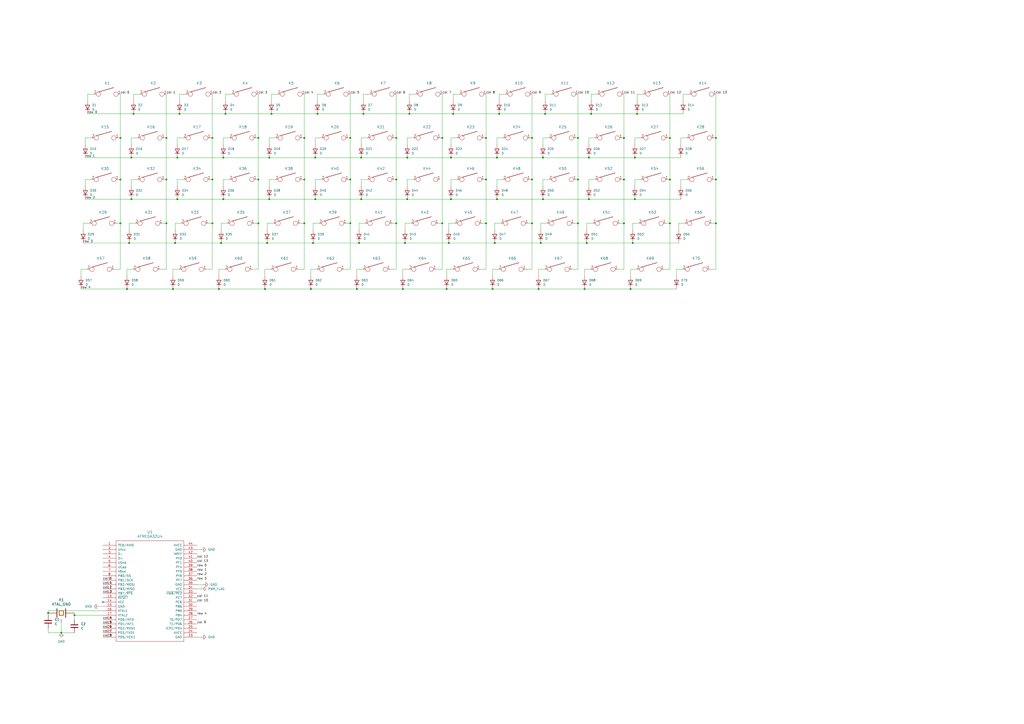
<source format=kicad_sch>
(kicad_sch (version 20231120) (generator "eeschema") (generator_version "8.0")
  (paper "A2")
  (junction (at 76.2 115.57))
  (junction (at 76.2 91.44))
  (junction (at 74.93 140.97))
  (junction (at 314.96 115.57))
  (junction (at 100.33 167.64))
  (junction (at 281.94 104.14))
  (junction (at 335.28 80.01))
  (junction (at 341.63 91.44))
  (junction (at 209.55 91.44))
  (junction (at 237.49 66.04))
  (junction (at 313.69 140.97))
  (junction (at 130.81 66.04))
  (junction (at 339.09 167.64))
  (junction (at 256.54 80.01))
  (junction (at 369.57 66.04))
  (junction (at 287.02 140.97))
  (junction (at 77.47 66.04))
  (junction (at 182.88 91.44))
  (junction (at 229.87 129.54))
  (junction (at 415.29 80.01))
  (junction (at 157.48 66.04))
  (junction (at 102.87 91.44))
  (junction (at 123.19 104.14))
  (junction (at 129.54 91.44))
  (junction (at 208.28 140.97))
  (junction (at 35.56 367.03))
  (junction (at 229.87 104.14))
  (junction (at 149.86 104.14))
  (junction (at 388.62 104.14))
  (junction (at 180.34 167.64))
  (junction (at 123.19 80.01))
  (junction (at 149.86 129.54))
  (junction (at 181.61 140.97))
  (junction (at 388.62 129.54))
  (junction (at 96.52 104.14))
  (junction (at 203.2 104.14))
  (junction (at 361.95 104.14))
  (junction (at 229.87 80.01))
  (junction (at 176.53 80.01))
  (junction (at 149.86 80.01))
  (junction (at 96.52 129.54))
  (junction (at 156.21 91.44))
  (junction (at 316.23 66.04))
  (junction (at 101.6 140.97))
  (junction (at 203.2 80.01))
  (junction (at 340.36 140.97))
  (junction (at 209.55 115.57))
  (junction (at 236.22 115.57))
  (junction (at 368.3 115.57))
  (junction (at 96.52 80.01))
  (junction (at 176.53 104.14))
  (junction (at 182.88 115.57))
  (junction (at 27.94 355.6))
  (junction (at 388.62 80.01))
  (junction (at 210.82 66.04))
  (junction (at 361.95 80.01))
  (junction (at 281.94 129.54))
  (junction (at 260.35 140.97))
  (junction (at 312.42 167.64))
  (junction (at 288.29 91.44))
  (junction (at 367.03 140.97))
  (junction (at 203.2 129.54))
  (junction (at 342.9 66.04))
  (junction (at 261.62 115.57))
  (junction (at 69.85 129.54))
  (junction (at 341.63 115.57))
  (junction (at 261.62 91.44))
  (junction (at 233.68 167.64))
  (junction (at 154.94 140.97))
  (junction (at 69.85 104.14))
  (junction (at 289.56 66.04))
  (junction (at 365.76 167.64))
  (junction (at 127 167.64))
  (junction (at 236.22 91.44))
  (junction (at 207.01 167.64))
  (junction (at 176.53 129.54))
  (junction (at 262.89 66.04))
  (junction (at 123.19 129.54))
  (junction (at 73.66 167.64))
  (junction (at 368.3 91.44))
  (junction (at 128.27 140.97))
  (junction (at 153.67 167.64))
  (junction (at 156.21 115.57))
  (junction (at 129.54 115.57))
  (junction (at 281.94 80.01))
  (junction (at 104.14 66.04))
  (junction (at 415.29 129.54))
  (junction (at 308.61 80.01))
  (junction (at 184.15 66.04))
  (junction (at 285.75 167.64))
  (junction (at 308.61 129.54))
  (junction (at 308.61 104.14))
  (junction (at 234.95 140.97))
  (junction (at 102.87 115.57))
  (junction (at 43.18 356.87))
  (junction (at 361.95 129.54))
  (junction (at 335.28 129.54))
  (junction (at 314.96 91.44))
  (junction (at 335.28 104.14))
  (junction (at 69.85 80.01))
  (junction (at 256.54 129.54))
  (junction (at 288.29 115.57))
  (junction (at 415.29 104.14))
  (junction (at 259.08 167.64))
  (no_connect (at 59.69 349.25))
  (wire (pts (xy 265.43 80.01) (xy 261.62 80.01)))
  (wire (pts (xy 149.86 104.14) (xy 149.86 129.54)))
  (wire (pts (xy 236.22 115.57) (xy 261.62 115.57)))
  (wire (pts (xy 43.18 356.87) (xy 43.18 355.6)))
  (wire (pts (xy 123.19 156.21) (xy 119.38 156.21)))
  (wire (pts (xy 176.53 54.61) (xy 176.53 80.01)))
  (wire (pts (xy 130.81 156.21) (xy 127 156.21)))
  (wire (pts (xy 345.44 104.14) (xy 341.63 104.14)))
  (wire (pts (xy 76.2 91.44) (xy 102.87 91.44)))
  (wire (pts (xy 49.53 91.44) (xy 76.2 91.44)))
  (wire (pts (xy 368.3 91.44) (xy 394.97 91.44)))
  (wire (pts (xy 233.68 167.64) (xy 259.08 167.64)))
  (wire (pts (xy 335.28 156.21) (xy 331.47 156.21)))
  (wire (pts (xy 361.95 156.21) (xy 358.14 156.21)))
  (wire (pts (xy 123.19 129.54) (xy 123.19 156.21)))
  (wire (pts (xy 396.24 54.61) (xy 396.24 58.42)))
  (wire (pts (xy 127 167.64) (xy 153.67 167.64)))
  (wire (pts (xy 67.31 129.54) (xy 69.85 129.54)))
  (wire (pts (xy 154.94 140.97) (xy 181.61 140.97)))
  (wire (pts (xy 255.27 80.01) (xy 256.54 80.01)))
  (wire (pts (xy 415.29 104.14) (xy 415.29 129.54)))
  (wire (pts (xy 316.23 156.21) (xy 312.42 156.21)))
  (wire (pts (xy 288.29 80.01) (xy 288.29 83.82)))
  (wire (pts (xy 53.34 80.01) (xy 49.53 80.01)))
  (wire (pts (xy 35.56 367.03) (xy 27.94 367.03)))
  (wire (pts (xy 154.94 129.54) (xy 154.94 133.35)))
  (wire (pts (xy 367.03 129.54) (xy 367.03 133.35)))
  (wire (pts (xy 261.62 80.01) (xy 261.62 83.82)))
  (wire (pts (xy 132.08 129.54) (xy 128.27 129.54)))
  (wire (pts (xy 69.85 156.21) (xy 66.04 156.21)))
  (wire (pts (xy 233.68 156.21) (xy 233.68 160.02)))
  (wire (pts (xy 133.35 104.14) (xy 129.54 104.14)))
  (wire (pts (xy 69.85 129.54) (xy 69.85 156.21)))
  (wire (pts (xy 314.96 104.14) (xy 314.96 107.95)))
  (wire (pts (xy 160.02 80.01) (xy 156.21 80.01)))
  (wire (pts (xy 130.81 54.61) (xy 130.81 58.42)))
  (wire (pts (xy 69.85 104.14) (xy 69.85 129.54)))
  (wire (pts (xy 46.99 167.64) (xy 73.66 167.64)))
  (wire (pts (xy 153.67 167.64) (xy 180.34 167.64)))
  (wire (pts (xy 185.42 129.54) (xy 181.61 129.54)))
  (wire (pts (xy 340.36 129.54) (xy 340.36 133.35)))
  (wire (pts (xy 229.87 129.54) (xy 229.87 156.21)))
  (wire (pts (xy 78.74 129.54) (xy 74.93 129.54)))
  (wire (pts (xy 182.88 104.14) (xy 182.88 107.95)))
  (wire (pts (xy 184.15 156.21) (xy 180.34 156.21)))
  (wire (pts (xy 397.51 129.54) (xy 393.7 129.54)))
  (wire (pts (xy 335.28 129.54) (xy 335.28 156.21)))
  (wire (pts (xy 332.74 129.54) (xy 335.28 129.54)))
  (wire (pts (xy 281.94 104.14) (xy 281.94 129.54)))
  (wire (pts (xy 69.85 80.01) (xy 69.85 104.14)))
  (wire (pts (xy 102.87 115.57) (xy 129.54 115.57)))
  (wire (pts (xy 344.17 129.54) (xy 340.36 129.54)))
  (wire (pts (xy 280.67 104.14) (xy 281.94 104.14)))
  (wire (pts (xy 59.69 356.87) (xy 43.18 356.87)))
  (wire (pts (xy 73.66 156.21) (xy 73.66 160.02)))
  (wire (pts (xy 27.94 356.87) (xy 27.94 355.6)))
  (wire (pts (xy 207.01 167.64) (xy 233.68 167.64)))
  (wire (pts (xy 182.88 115.57) (xy 209.55 115.57)))
  (wire (pts (xy 181.61 129.54) (xy 181.61 133.35)))
  (wire (pts (xy 237.49 54.61) (xy 237.49 58.42)))
  (wire (pts (xy 335.28 54.61) (xy 335.28 80.01)))
  (wire (pts (xy 342.9 156.21) (xy 339.09 156.21)))
  (wire (pts (xy 210.82 54.61) (xy 210.82 58.42)))
  (wire (pts (xy 256.54 80.01) (xy 256.54 129.54)))
  (wire (pts (xy 266.7 54.61) (xy 262.89 54.61)))
  (wire (pts (xy 360.68 80.01) (xy 361.95 80.01)))
  (wire (pts (xy 288.29 91.44) (xy 314.96 91.44)))
  (wire (pts (xy 161.29 54.61) (xy 157.48 54.61)))
  (wire (pts (xy 208.28 129.54) (xy 208.28 133.35)))
  (wire (pts (xy 156.21 104.14) (xy 156.21 107.95)))
  (wire (pts (xy 308.61 156.21) (xy 304.8 156.21)))
  (wire (pts (xy 290.83 129.54) (xy 287.02 129.54)))
  (wire (pts (xy 149.86 54.61) (xy 149.86 80.01)))
  (wire (pts (xy 259.08 156.21) (xy 259.08 160.02)))
  (wire (pts (xy 120.65 129.54) (xy 123.19 129.54)))
  (wire (pts (xy 43.18 356.87) (xy 43.18 359.41)))
  (wire (pts (xy 237.49 66.04) (xy 262.89 66.04)))
  (wire (pts (xy 96.52 54.61) (xy 96.52 80.01)))
  (wire (pts (xy 104.14 54.61) (xy 104.14 58.42)))
  (wire (pts (xy 256.54 54.61) (xy 256.54 80.01)))
  (wire (pts (xy 203.2 156.21) (xy 199.39 156.21)))
  (wire (pts (xy 256.54 129.54) (xy 256.54 156.21)))
  (wire (pts (xy 74.93 129.54) (xy 74.93 133.35)))
  (wire (pts (xy 335.28 104.14) (xy 335.28 129.54)))
  (wire (pts (xy 49.53 104.14) (xy 49.53 107.95)))
  (wire (pts (xy 128.27 129.54) (xy 128.27 133.35)))
  (wire (pts (xy 346.71 54.61) (xy 342.9 54.61)))
  (wire (pts (xy 372.11 80.01) (xy 368.3 80.01)))
  (wire (pts (xy 280.67 80.01) (xy 281.94 80.01)))
  (wire (pts (xy 123.19 80.01) (xy 123.19 104.14)))
  (wire (pts (xy 182.88 80.01) (xy 182.88 83.82)))
  (wire (pts (xy 214.63 54.61) (xy 210.82 54.61)))
  (wire (pts (xy 76.2 104.14) (xy 76.2 107.95)))
  (wire (pts (xy 180.34 156.21) (xy 180.34 160.02)))
  (wire (pts (xy 368.3 115.57) (xy 394.97 115.57)))
  (wire (pts (xy 77.47 156.21) (xy 73.66 156.21)))
  (wire (pts (xy 127 156.21) (xy 127 160.02)))
  (wire (pts (xy 314.96 115.57) (xy 341.63 115.57)))
  (wire (pts (xy 213.36 104.14) (xy 209.55 104.14)))
  (wire (pts (xy 369.57 54.61) (xy 369.57 58.42)))
  (wire (pts (xy 340.36 140.97) (xy 367.03 140.97)))
  (wire (pts (xy 228.6 80.01) (xy 229.87 80.01)))
  (wire (pts (xy 289.56 156.21) (xy 285.75 156.21)))
  (wire (pts (xy 285.75 167.64) (xy 312.42 167.64)))
  (wire (pts (xy 279.4 129.54) (xy 281.94 129.54)))
  (wire (pts (xy 236.22 80.01) (xy 236.22 83.82)))
  (wire (pts (xy 210.82 66.04) (xy 237.49 66.04)))
  (wire (pts (xy 265.43 104.14) (xy 261.62 104.14)))
  (wire (pts (xy 292.1 80.01) (xy 288.29 80.01)))
  (wire (pts (xy 53.34 104.14) (xy 49.53 104.14)))
  (wire (pts (xy 388.62 80.01) (xy 388.62 104.14)))
  (wire (pts (xy 261.62 91.44) (xy 288.29 91.44)))
  (wire (pts (xy 114.3 369.57) (xy 116.84 369.57)))
  (wire (pts (xy 149.86 129.54) (xy 149.86 156.21)))
  (wire (pts (xy 129.54 91.44) (xy 156.21 91.44)))
  (wire (pts (xy 318.77 80.01) (xy 314.96 80.01)))
  (wire (pts (xy 176.53 104.14) (xy 176.53 129.54)))
  (wire (pts (xy 173.99 129.54) (xy 176.53 129.54)))
  (wire (pts (xy 387.35 104.14) (xy 388.62 104.14)))
  (wire (pts (xy 133.35 80.01) (xy 129.54 80.01)))
  (wire (pts (xy 49.53 115.57) (xy 76.2 115.57)))
  (wire (pts (xy 368.3 80.01) (xy 368.3 83.82)))
  (wire (pts (xy 227.33 129.54) (xy 229.87 129.54)))
  (wire (pts (xy 281.94 80.01) (xy 281.94 104.14)))
  (wire (pts (xy 313.69 129.54) (xy 313.69 133.35)))
  (wire (pts (xy 153.67 156.21) (xy 153.67 160.02)))
  (wire (pts (xy 80.01 104.14) (xy 76.2 104.14)))
  (wire (pts (xy 288.29 104.14) (xy 288.29 107.95)))
  (wire (pts (xy 387.35 80.01) (xy 388.62 80.01)))
  (wire (pts (xy 316.23 66.04) (xy 342.9 66.04)))
  (wire (pts (xy 149.86 80.01) (xy 149.86 104.14)))
  (wire (pts (xy 96.52 80.01) (xy 96.52 104.14)))
  (wire (pts (xy 256.54 156.21) (xy 252.73 156.21)))
  (wire (pts (xy 398.78 80.01) (xy 394.97 80.01)))
  (wire (pts (xy 77.47 66.04) (xy 104.14 66.04)))
  (wire (pts (xy 148.59 104.14) (xy 149.86 104.14)))
  (wire (pts (xy 365.76 156.21) (xy 365.76 160.02)))
  (wire (pts (xy 228.6 104.14) (xy 229.87 104.14)))
  (wire (pts (xy 156.21 91.44) (xy 182.88 91.44)))
  (wire (pts (xy 81.28 54.61) (xy 77.47 54.61)))
  (wire (pts (xy 101.6 129.54) (xy 101.6 133.35)))
  (wire (pts (xy 107.95 54.61) (xy 104.14 54.61)))
  (wire (pts (xy 102.87 104.14) (xy 102.87 107.95)))
  (wire (pts (xy 208.28 140.97) (xy 234.95 140.97)))
  (wire (pts (xy 209.55 115.57) (xy 236.22 115.57)))
  (wire (pts (xy 320.04 54.61) (xy 316.23 54.61)))
  (wire (pts (xy 388.62 54.61) (xy 388.62 80.01)))
  (wire (pts (xy 361.95 129.54) (xy 361.95 156.21)))
  (wire (pts (xy 367.03 140.97) (xy 393.7 140.97)))
  (wire (pts (xy 287.02 140.97) (xy 313.69 140.97)))
  (wire (pts (xy 114.3 339.09) (xy 118.11 339.09)))
  (wire (pts (xy 35.56 367.03) (xy 43.18 367.03)))
  (wire (pts (xy 308.61 54.61) (xy 308.61 80.01)))
  (wire (pts (xy 186.69 80.01) (xy 182.88 80.01)))
  (wire (pts (xy 73.66 167.64) (xy 100.33 167.64)))
  (wire (pts (xy 312.42 167.64) (xy 339.09 167.64)))
  (wire (pts (xy 48.26 140.97) (xy 74.93 140.97)))
  (wire (pts (xy 365.76 167.64) (xy 392.43 167.64)))
  (wire (pts (xy 175.26 104.14) (xy 176.53 104.14)))
  (wire (pts (xy 289.56 66.04) (xy 316.23 66.04)))
  (wire (pts (xy 156.21 115.57) (xy 182.88 115.57)))
  (wire (pts (xy 102.87 80.01) (xy 102.87 83.82)))
  (wire (pts (xy 261.62 115.57) (xy 288.29 115.57)))
  (wire (pts (xy 104.14 156.21) (xy 100.33 156.21)))
  (wire (pts (xy 50.8 54.61) (xy 50.8 58.42)))
  (wire (pts (xy 262.89 54.61) (xy 262.89 58.42)))
  (wire (pts (xy 237.49 156.21) (xy 233.68 156.21)))
  (wire (pts (xy 334.01 80.01) (xy 335.28 80.01)))
  (wire (pts (xy 106.68 104.14) (xy 102.87 104.14)))
  (wire (pts (xy 415.29 156.21) (xy 411.48 156.21)))
  (wire (pts (xy 334.01 104.14) (xy 335.28 104.14)))
  (wire (pts (xy 74.93 140.97) (xy 101.6 140.97)))
  (wire (pts (xy 293.37 54.61) (xy 289.56 54.61)))
  (wire (pts (xy 201.93 104.14) (xy 203.2 104.14)))
  (wire (pts (xy 50.8 66.04) (xy 77.47 66.04)))
  (wire (pts (xy 414.02 104.14) (xy 415.29 104.14)))
  (wire (pts (xy 180.34 167.64) (xy 207.01 167.64)))
  (wire (pts (xy 149.86 156.21) (xy 146.05 156.21)))
  (wire (pts (xy 203.2 54.61) (xy 203.2 80.01)))
  (wire (pts (xy 396.24 156.21) (xy 392.43 156.21)))
  (wire (pts (xy 307.34 80.01) (xy 308.61 80.01)))
  (wire (pts (xy 388.62 156.21) (xy 384.81 156.21)))
  (wire (pts (xy 203.2 129.54) (xy 203.2 156.21)))
  (wire (pts (xy 96.52 156.21) (xy 92.71 156.21)))
  (wire (pts (xy 345.44 80.01) (xy 341.63 80.01)))
  (wire (pts (xy 341.63 104.14) (xy 341.63 107.95)))
  (wire (pts (xy 105.41 129.54) (xy 101.6 129.54)))
  (wire (pts (xy 236.22 104.14) (xy 236.22 107.95)))
  (wire (pts (xy 147.32 129.54) (xy 149.86 129.54)))
  (wire (pts (xy 306.07 129.54) (xy 308.61 129.54)))
  (wire (pts (xy 175.26 80.01) (xy 176.53 80.01)))
  (wire (pts (xy 415.29 80.01) (xy 415.29 104.14)))
  (wire (pts (xy 312.42 156.21) (xy 312.42 160.02)))
  (wire (pts (xy 369.57 156.21) (xy 365.76 156.21)))
  (wire (pts (xy 260.35 140.97) (xy 287.02 140.97)))
  (wire (pts (xy 314.96 91.44) (xy 341.63 91.44)))
  (wire (pts (xy 285.75 156.21) (xy 285.75 160.02)))
  (wire (pts (xy 261.62 104.14) (xy 261.62 107.95)))
  (wire (pts (xy 229.87 104.14) (xy 229.87 129.54)))
  (wire (pts (xy 106.68 80.01) (xy 102.87 80.01)))
  (wire (pts (xy 236.22 91.44) (xy 261.62 91.44)))
  (wire (pts (xy 414.02 80.01) (xy 415.29 80.01)))
  (wire (pts (xy 210.82 156.21) (xy 207.01 156.21)))
  (wire (pts (xy 184.15 66.04) (xy 210.82 66.04)))
  (wire (pts (xy 209.55 104.14) (xy 209.55 107.95)))
  (wire (pts (xy 288.29 115.57) (xy 314.96 115.57)))
  (wire (pts (xy 240.03 80.01) (xy 236.22 80.01)))
  (wire (pts (xy 317.5 129.54) (xy 313.69 129.54)))
  (wire (pts (xy 212.09 129.54) (xy 208.28 129.54)))
  (wire (pts (xy 49.53 80.01) (xy 49.53 83.82)))
  (wire (pts (xy 27.94 354.33) (xy 27.94 355.6)))
  (wire (pts (xy 415.29 54.61) (xy 415.29 80.01)))
  (wire (pts (xy 48.26 129.54) (xy 48.26 133.35)))
  (wire (pts (xy 234.95 140.97) (xy 260.35 140.97)))
  (wire (pts (xy 158.75 129.54) (xy 154.94 129.54)))
  (wire (pts (xy 46.99 156.21) (xy 46.99 160.02)))
  (wire (pts (xy 314.96 80.01) (xy 314.96 83.82)))
  (wire (pts (xy 400.05 54.61) (xy 396.24 54.61)))
  (wire (pts (xy 393.7 129.54) (xy 393.7 133.35)))
  (wire (pts (xy 287.02 129.54) (xy 287.02 133.35)))
  (wire (pts (xy 96.52 104.14) (xy 96.52 129.54)))
  (wire (pts (xy 398.78 104.14) (xy 394.97 104.14)))
  (wire (pts (xy 101.6 140.97) (xy 128.27 140.97)))
  (wire (pts (xy 241.3 54.61) (xy 237.49 54.61)))
  (wire (pts (xy 100.33 167.64) (xy 127 167.64)))
  (wire (pts (xy 52.07 129.54) (xy 48.26 129.54)))
  (wire (pts (xy 209.55 91.44) (xy 236.22 91.44)))
  (wire (pts (xy 281.94 54.61) (xy 281.94 80.01)))
  (wire (pts (xy 54.61 54.61) (xy 50.8 54.61)))
  (wire (pts (xy 307.34 104.14) (xy 308.61 104.14)))
  (wire (pts (xy 259.08 167.64) (xy 285.75 167.64)))
  (wire (pts (xy 95.25 104.14) (xy 96.52 104.14)))
  (wire (pts (xy 318.77 104.14) (xy 314.96 104.14)))
  (wire (pts (xy 76.2 80.01) (xy 76.2 83.82)))
  (wire (pts (xy 187.96 54.61) (xy 184.15 54.61)))
  (wire (pts (xy 361.95 54.61) (xy 361.95 80.01)))
  (wire (pts (xy 201.93 80.01) (xy 203.2 80.01)))
  (wire (pts (xy 388.62 104.14) (xy 388.62 129.54)))
  (wire (pts (xy 370.84 129.54) (xy 367.03 129.54)))
  (wire (pts (xy 102.87 91.44) (xy 129.54 91.44)))
  (wire (pts (xy 182.88 91.44) (xy 209.55 91.44)))
  (wire (pts (xy 129.54 104.14) (xy 129.54 107.95)))
  (wire (pts (xy 412.75 129.54) (xy 415.29 129.54)))
  (wire (pts (xy 229.87 80.01) (xy 229.87 104.14)))
  (wire (pts (xy 134.62 54.61) (xy 130.81 54.61)))
  (wire (pts (xy 181.61 140.97) (xy 208.28 140.97)))
  (wire (pts (xy 281.94 156.21) (xy 278.13 156.21)))
  (wire (pts (xy 186.69 104.14) (xy 182.88 104.14)))
  (wire (pts (xy 35.56 367.03) (xy 35.56 360.68)))
  (wire (pts (xy 121.92 80.01) (xy 123.19 80.01)))
  (wire (pts (xy 68.58 104.14) (xy 69.85 104.14)))
  (wire (pts (xy 368.3 104.14) (xy 368.3 107.95)))
  (wire (pts (xy 57.15 351.79) (xy 59.69 351.79)))
  (wire (pts (xy 93.98 129.54) (xy 96.52 129.54)))
  (wire (pts (xy 361.95 80.01) (xy 361.95 104.14)))
  (wire (pts (xy 339.09 156.21) (xy 339.09 160.02)))
  (wire (pts (xy 292.1 104.14) (xy 288.29 104.14)))
  (wire (pts (xy 148.59 80.01) (xy 149.86 80.01)))
  (wire (pts (xy 341.63 115.57) (xy 368.3 115.57)))
  (wire (pts (xy 157.48 66.04) (xy 184.15 66.04)))
  (wire (pts (xy 207.01 156.21) (xy 207.01 160.02)))
  (wire (pts (xy 341.63 80.01) (xy 341.63 83.82)))
  (wire (pts (xy 313.69 140.97) (xy 340.36 140.97)))
  (wire (pts (xy 262.89 156.21) (xy 259.08 156.21)))
  (wire (pts (xy 203.2 80.01) (xy 203.2 104.14)))
  (wire (pts (xy 95.25 80.01) (xy 96.52 80.01)))
  (wire (pts (xy 339.09 167.64) (xy 365.76 167.64)))
  (wire (pts (xy 361.95 104.14) (xy 361.95 129.54)))
  (wire (pts (xy 176.53 80.01) (xy 176.53 104.14)))
  (wire (pts (xy 114.3 318.77) (xy 116.84 318.77)))
  (wire (pts (xy 176.53 156.21) (xy 172.72 156.21)))
  (wire (pts (xy 50.8 156.21) (xy 46.99 156.21)))
  (wire (pts (xy 160.02 104.14) (xy 156.21 104.14)))
  (wire (pts (xy 123.19 104.14) (xy 123.19 129.54)))
  (wire (pts (xy 129.54 115.57) (xy 156.21 115.57)))
  (wire (pts (xy 415.29 129.54) (xy 415.29 156.21)))
  (wire (pts (xy 360.68 104.14) (xy 361.95 104.14)))
  (wire (pts (xy 388.62 129.54) (xy 388.62 156.21)))
  (wire (pts (xy 372.11 104.14) (xy 368.3 104.14)))
  (wire (pts (xy 369.57 66.04) (xy 396.24 66.04)))
  (wire (pts (xy 114.3 341.63) (xy 116.84 341.63)))
  (wire (pts (xy 308.61 104.14) (xy 308.61 129.54)))
  (wire (pts (xy 184.15 54.61) (xy 184.15 58.42)))
  (wire (pts (xy 341.63 91.44) (xy 368.3 91.44)))
  (wire (pts (xy 373.38 54.61) (xy 369.57 54.61)))
  (wire (pts (xy 229.87 156.21) (xy 226.06 156.21)))
  (wire (pts (xy 200.66 129.54) (xy 203.2 129.54)))
  (wire (pts (xy 100.33 156.21) (xy 100.33 160.02)))
  (wire (pts (xy 27.94 354.33) (xy 59.69 354.33)))
  (wire (pts (xy 308.61 80.01) (xy 308.61 104.14)))
  (wire (pts (xy 264.16 129.54) (xy 260.35 129.54)))
  (wire (pts (xy 176.53 129.54) (xy 176.53 156.21)))
  (wire (pts (xy 80.01 80.01) (xy 76.2 80.01)))
  (wire (pts (xy 128.27 140.97) (xy 154.94 140.97)))
  (wire (pts (xy 335.28 80.01) (xy 335.28 104.14)))
  (wire (pts (xy 394.97 104.14) (xy 394.97 107.95)))
  (wire (pts (xy 359.41 129.54) (xy 361.95 129.54)))
  (wire (pts (xy 123.19 54.61) (xy 123.19 80.01)))
  (wire (pts (xy 254 129.54) (xy 256.54 129.54)))
  (wire (pts (xy 308.61 129.54) (xy 308.61 156.21)))
  (wire (pts (xy 76.2 115.57) (xy 102.87 115.57)))
  (wire (pts (xy 156.21 80.01) (xy 156.21 83.82)))
  (wire (pts (xy 386.08 129.54) (xy 388.62 129.54)))
  (wire (pts (xy 203.2 104.14) (xy 203.2 129.54)))
  (wire (pts (xy 129.54 80.01) (xy 129.54 83.82)))
  (wire (pts (xy 68.58 80.01) (xy 69.85 80.01)))
  (wire (pts (xy 229.87 54.61) (xy 229.87 80.01)))
  (wire (pts (xy 316.23 54.61) (xy 316.23 58.42)))
  (wire (pts (xy 104.14 66.04) (xy 130.81 66.04)))
  (wire (pts (xy 234.95 129.54) (xy 234.95 133.35)))
  (wire (pts (xy 262.89 66.04) (xy 289.56 66.04)))
  (wire (pts (xy 238.76 129.54) (xy 234.95 129.54)))
  (wire (pts (xy 342.9 66.04) (xy 369.57 66.04)))
  (wire (pts (xy 213.36 80.01) (xy 209.55 80.01)))
  (wire (pts (xy 394.97 80.01) (xy 394.97 83.82)))
  (wire (pts (xy 392.43 156.21) (xy 392.43 160.02)))
  (wire (pts (xy 281.94 129.54) (xy 281.94 156.21)))
  (wire (pts (xy 289.56 54.61) (xy 289.56 58.42)))
  (wire (pts (xy 342.9 54.61) (xy 342.9 58.42)))
  (wire (pts (xy 157.48 54.61) (xy 157.48 58.42)))
  (wire (pts (xy 77.47 54.61) (xy 77.47 58.42)))
  (wire (pts (xy 121.92 104.14) (xy 123.19 104.14)))
  (wire (pts (xy 27.94 367.03) (xy 27.94 364.49)))
  (wire (pts (xy 209.55 80.01) (xy 209.55 83.82)))
  (wire (pts (xy 130.81 66.04) (xy 157.48 66.04)))
  (wire (pts (xy 240.03 104.14) (xy 236.22 104.14)))
  (wire (pts (xy 69.85 54.61) (xy 69.85 80.01)))
  (wire (pts (xy 96.52 129.54) (xy 96.52 156.21)))
  (wire (pts (xy 260.35 129.54) (xy 260.35 133.35)))
  (wire (pts (xy 157.48 156.21) (xy 153.67 156.21)))
  (label "col 2" (at 123.19 54.61 0))
  (label "col 7" (at 256.54 54.61 0))
  (label "row 2" (at 114.3 334.01 0))
  (label "col 0" (at 59.69 336.55 0))
  (label "col 13" (at 415.29 54.61 0))
  (label "col 8" (at 281.94 54.61 0))
  (label "col 2" (at 59.69 341.63 0))
  (label "col 9" (at 308.61 54.61 0))
  (label "col 3" (at 149.86 54.61 0))
  (label "row 3" (at 48.26 140.97 0))
  (label "col 0" (at 69.85 54.61 0))
  (label "col 7" (at 59.69 367.03 0))
  (label "col 12" (at 388.62 54.61 0))
  (label "col 1" (at 96.52 54.61 0))
  (label "row 0" (at 114.3 328.93 0))
  (label "col 5" (at 59.69 361.95 0))
  (label "col 12" (at 114.3 323.85 0))
  (label "col 4" (at 59.69 359.41 0))
  (label "col 9" (at 114.3 361.95 0))
  (label "row 1" (at 49.53 91.44 0))
  (label "col 4" (at 176.53 54.61 0))
  (label "col 13" (at 114.3 326.39 0))
  (label "col 3" (at 59.69 344.17 0))
  (label "col 1" (at 59.69 339.09 0))
  (label "col 11" (at 361.95 54.61 0))
  (label "row 3" (at 114.3 336.55 0))
  (label "row 2" (at 49.53 115.57 0))
  (label "row 0" (at 50.8 66.04 0))
  (label "col 6" (at 59.69 364.49 0))
  (label "row 1" (at 114.3 331.47 0))
  (label "col 6" (at 229.87 54.61 0))
  (label "col 5" (at 203.2 54.61 0))
  (label "col 8" (at 59.69 369.57 0))
  (label "col 11" (at 114.3 346.71 0))
  (label "row 4" (at 114.3 356.87 0))
  (label "col 10" (at 335.28 54.61 0))
  (label "row 4" (at 46.99 167.64 0))
  (label "col 10" (at 114.3 349.25 0))
  (symbol (lib_id "keyboard_parts:KEYSW") (at 167.64 80.01 0) (unit 1)
    (property "Reference" "K19" (at 167.64 73.66 0) (effects (font (size 1.524 1.524))))
    (property "Value" "KEYSW" (effects (hide yes)))
  )
  (symbol (lib_id "Device:D") (at 101.6 137.16 90) (unit 1)
    (property "Reference" "D33" (at 104.14 135.8899 90) (effects (justify right)))
    (property "Value" "D" (at 104.14 138.4299 90) (effects (justify right)))
    (property "Description" "Diode" (effects (hide yes)))
    (property "Sim.Device" "D" (effects (hide yes)))
    (property "Sim.Pins" "1=K 2=A" (effects (hide yes)))
  )
  (symbol (lib_id "Device:D") (at 153.67 163.83 90) (unit 1)
    (property "Reference" "D61" (at 156.21 162.5599 90) (effects (justify right)))
    (property "Value" "D" (at 156.21 165.0999 90) (effects (justify right)))
    (property "Description" "Diode" (effects (hide yes)))
    (property "Sim.Device" "D" (effects (hide yes)))
    (property "Sim.Pins" "1=K 2=A" (effects (hide yes)))
  )
  (symbol (lib_id "Device:D") (at 236.22 111.76 90) (unit 1)
    (property "Reference" "D44" (at 238.76 110.4899 90) (effects (justify right)))
    (property "Value" "D" (at 238.76 113.0299 90) (effects (justify right)))
    (property "Description" "Diode" (effects (hide yes)))
    (property "Sim.Device" "D" (effects (hide yes)))
    (property "Sim.Pins" "1=K 2=A" (effects (hide yes)))
  )
  (symbol (lib_id "keyboard_parts:KEYSW") (at 248.92 54.61 0) (unit 1)
    (property "Reference" "K8" (at 248.92 48.26 0) (effects (font (size 1.524 1.524))))
    (property "Value" "KEYSW" (effects (hide yes)))
  )
  (symbol (lib_id "Device:D") (at 365.76 163.83 90) (unit 1)
    (property "Reference" "D69" (at 368.3 162.5599 90) (effects (justify right)))
    (property "Value" "D" (at 368.3 165.0999 90) (effects (justify right)))
    (property "Description" "Diode" (effects (hide yes)))
    (property "Sim.Device" "D" (effects (hide yes)))
    (property "Sim.Pins" "1=K 2=A" (effects (hide yes)))
  )
  (symbol (lib_id "keyboard_parts:KEYSW") (at 111.76 156.21 0) (unit 1)
    (property "Reference" "K59" (at 111.76 149.86 0) (effects (font (size 1.524 1.524))))
    (property "Value" "KEYSW" (effects (hide yes)))
  )
  (symbol (lib_id "Device:D") (at 76.2 87.63 90) (unit 1)
    (property "Reference" "D16" (at 78.74 86.3599 90) (effects (justify right)))
    (property "Value" "D" (at 78.74 88.8999 90) (effects (justify right)))
    (property "Description" "Diode" (effects (hide yes)))
    (property "Sim.Device" "D" (effects (hide yes)))
    (property "Sim.Pins" "1=K 2=A" (effects (hide yes)))
  )
  (symbol (lib_id "keyboard_parts:KEYSW") (at 195.58 54.61 0) (unit 1)
    (property "Reference" "K6" (at 195.58 48.26 0) (effects (font (size 1.524 1.524))))
    (property "Value" "KEYSW" (effects (hide yes)))
  )
  (symbol (lib_id "keyboard_parts:KEYSW") (at 191.77 156.21 0) (unit 1)
    (property "Reference" "K62" (at 191.77 149.86 0) (effects (font (size 1.524 1.524))))
    (property "Value" "KEYSW" (effects (hide yes)))
  )
  (symbol (lib_id "Device:D") (at 157.48 62.23 90) (unit 1)
    (property "Reference" "D5" (at 160.02 60.9599 90) (effects (justify right)))
    (property "Value" "D" (at 160.02 63.4999 90) (effects (justify right)))
    (property "Description" "Diode" (effects (hide yes)))
    (property "Sim.Device" "D" (effects (hide yes)))
    (property "Sim.Pins" "1=K 2=A" (effects (hide yes)))
  )
  (symbol (lib_id "Device:D") (at 46.99 163.83 90) (unit 1)
    (property "Reference" "D57" (at 49.53 162.5599 90) (effects (justify right)))
    (property "Value" "D" (at 49.53 165.0999 90) (effects (justify right)))
    (property "Description" "Diode" (effects (hide yes)))
    (property "Sim.Device" "D" (effects (hide yes)))
    (property "Sim.Pins" "1=K 2=A" (effects (hide yes)))
  )
  (symbol (lib_id "power:GND") (at 35.56 367.03 0) (unit 1)
    (property "Reference" "#PWR05" (effects (hide yes)))
    (property "Value" "GND" (at 35.56 372.11 0))
    (property "Description" "Power symbol creates a global label with name \"GND\" , ground" (effects (hide yes)))
  )
  (symbol (lib_id "Device:C") (at 27.94 360.68 0) (unit 1)
    (property "Reference" "C1" (at 31.75 359.4099 0) (effects (justify left)))
    (property "Value" "C" (at 31.75 361.9499 0) (effects (justify left)))
    (property "Description" "Unpolarized capacitor" (effects (hide yes)))
  )
  (symbol (lib_id "keyboard_parts:ATMEGA32U4") (at 86.36 342.9 0) (unit 1)
    (property "Reference" "U1" (at 86.995 308.61 0) (effects (font (size 1.524 1.524))))
    (property "Value" "ATMEGA32U4" (at 86.995 311.15 0) (effects (font (size 1.524 1.524))))
  )
  (symbol (lib_id "Device:D") (at 288.29 111.76 90) (unit 1)
    (property "Reference" "D48" (at 290.83 110.4899 90) (effects (justify right)))
    (property "Value" "D" (at 290.83 113.0299 90) (effects (justify right)))
    (property "Description" "Diode" (effects (hide yes)))
    (property "Sim.Device" "D" (effects (hide yes)))
    (property "Sim.Pins" "1=K 2=A" (effects (hide yes)))
  )
  (symbol (lib_id "power:PWR_FLAG") (at 116.84 341.63 270) (unit 1)
    (property "Reference" "#FLG01" (effects (hide yes)))
    (property "Value" "PWR_FLAG" (at 120.65 341.6299 90) (effects (justify left)))
    (property "Description" "Special symbol for telling ERC where power comes from" (effects (hide yes)))
  )
  (symbol (lib_id "keyboard_parts:KEYSW") (at 273.05 104.14 0) (unit 1)
    (property "Reference" "K46" (at 273.05 97.79 0) (effects (font (size 1.524 1.524))))
    (property "Value" "KEYSW" (effects (hide yes)))
  )
  (symbol (lib_id "keyboard_parts:KEYSW") (at 194.31 80.01 0) (unit 1)
    (property "Reference" "K20" (at 194.31 73.66 0) (effects (font (size 1.524 1.524))))
    (property "Value" "KEYSW" (effects (hide yes)))
  )
  (symbol (lib_id "Device:D") (at 313.69 137.16 90) (unit 1)
    (property "Reference" "D49" (at 316.23 135.8899 90) (effects (justify right)))
    (property "Value" "D" (at 316.23 138.4299 90) (effects (justify right)))
    (property "Description" "Diode" (effects (hide yes)))
    (property "Sim.Device" "D" (effects (hide yes)))
    (property "Sim.Pins" "1=K 2=A" (effects (hide yes)))
  )
  (symbol (lib_id "Device:D") (at 394.97 111.76 90) (unit 1)
    (property "Reference" "D56" (at 397.51 110.4899 90) (effects (justify right)))
    (property "Value" "D" (at 397.51 113.0299 90) (effects (justify right)))
    (property "Description" "Diode" (effects (hide yes)))
    (property "Sim.Device" "D" (effects (hide yes)))
    (property "Sim.Pins" "1=K 2=A" (effects (hide yes)))
  )
  (symbol (lib_id "keyboard_parts:KEYSW") (at 323.85 156.21 0) (unit 1)
    (property "Reference" "K67" (at 323.85 149.86 0) (effects (font (size 1.524 1.524))))
    (property "Value" "KEYSW" (effects (hide yes)))
  )
  (symbol (lib_id "keyboard_parts:KEYSW") (at 60.96 104.14 0) (unit 1)
    (property "Reference" "K30" (at 60.96 97.79 0) (effects (font (size 1.524 1.524))))
    (property "Value" "KEYSW" (effects (hide yes)))
  )
  (symbol (lib_id "keyboard_parts:KEYSW") (at 113.03 129.54 0) (unit 1)
    (property "Reference" "K33" (at 113.03 123.19 0) (effects (font (size 1.524 1.524))))
    (property "Value" "KEYSW" (effects (hide yes)))
  )
  (symbol (lib_id "keyboard_parts:KEYSW") (at 85.09 156.21 0) (unit 1)
    (property "Reference" "K58" (at 85.09 149.86 0) (effects (font (size 1.524 1.524))))
    (property "Value" "KEYSW" (effects (hide yes)))
  )
  (symbol (lib_id "Device:D") (at 184.15 62.23 90) (unit 1)
    (property "Reference" "D6" (at 186.69 60.9599 90) (effects (justify right)))
    (property "Value" "D" (at 186.69 63.4999 90) (effects (justify right)))
    (property "Description" "Diode" (effects (hide yes)))
    (property "Sim.Device" "D" (effects (hide yes)))
    (property "Sim.Pins" "1=K 2=A" (effects (hide yes)))
  )
  (symbol (lib_id "Device:D") (at 368.3 87.63 90) (unit 1)
    (property "Reference" "D27" (at 370.84 86.3599 90) (effects (justify right)))
    (property "Value" "D" (at 370.84 88.8999 90) (effects (justify right)))
    (property "Description" "Diode" (effects (hide yes)))
    (property "Sim.Device" "D" (effects (hide yes)))
    (property "Sim.Pins" "1=K 2=A" (effects (hide yes)))
  )
  (symbol (lib_id "Device:D") (at 73.66 163.83 90) (unit 1)
    (property "Reference" "D58" (at 76.2 162.5599 90) (effects (justify right)))
    (property "Value" "D" (at 76.2 165.0999 90) (effects (justify right)))
    (property "Description" "Diode" (effects (hide yes)))
    (property "Sim.Device" "D" (effects (hide yes)))
    (property "Sim.Pins" "1=K 2=A" (effects (hide yes)))
  )
  (symbol (lib_id "Device:D") (at 312.42 163.83 90) (unit 1)
    (property "Reference" "D67" (at 314.96 162.5599 90) (effects (justify right)))
    (property "Value" "D" (at 314.96 165.0999 90) (effects (justify right)))
    (property "Description" "Diode" (effects (hide yes)))
    (property "Sim.Device" "D" (effects (hide yes)))
    (property "Sim.Pins" "1=K 2=A" (effects (hide yes)))
  )
  (symbol (lib_id "keyboard_parts:KEYSW") (at 139.7 129.54 0) (unit 1)
    (property "Reference" "K35" (at 139.7 123.19 0) (effects (font (size 1.524 1.524))))
    (property "Value" "KEYSW" (effects (hide yes)))
  )
  (symbol (lib_id "keyboard_parts:KEYSW") (at 58.42 156.21 0) (unit 1)
    (property "Reference" "K57" (at 58.42 149.86 0) (effects (font (size 1.524 1.524))))
    (property "Value" "KEYSW" (effects (hide yes)))
  )
  (symbol (lib_id "keyboard_parts:KEYSW") (at 377.19 156.21 0) (unit 1)
    (property "Reference" "K69" (at 377.19 149.86 0) (effects (font (size 1.524 1.524))))
    (property "Value" "KEYSW" (effects (hide yes)))
  )
  (symbol (lib_id "Device:D") (at 260.35 137.16 90) (unit 1)
    (property "Reference" "D45" (at 262.89 135.8899 90) (effects (justify right)))
    (property "Value" "D" (at 262.89 138.4299 90) (effects (justify right)))
    (property "Description" "Diode" (effects (hide yes)))
    (property "Sim.Device" "D" (effects (hide yes)))
    (property "Sim.Pins" "1=K 2=A" (effects (hide yes)))
  )
  (symbol (lib_id "Device:D") (at 285.75 163.83 90) (unit 1)
    (property "Reference" "D66" (at 288.29 162.5599 90) (effects (justify right)))
    (property "Value" "D" (at 288.29 165.0999 90) (effects (justify right)))
    (property "Description" "Diode" (effects (hide yes)))
    (property "Sim.Device" "D" (effects (hide yes)))
    (property "Sim.Pins" "1=K 2=A" (effects (hide yes)))
  )
  (symbol (lib_id "Device:D") (at 340.36 137.16 90) (unit 1)
    (property "Reference" "D51" (at 342.9 135.8899 90) (effects (justify right)))
    (property "Value" "D" (at 342.9 138.4299 90) (effects (justify right)))
    (property "Description" "Diode" (effects (hide yes)))
    (property "Sim.Device" "D" (effects (hide yes)))
    (property "Sim.Pins" "1=K 2=A" (effects (hide yes)))
  )
  (symbol (lib_id "keyboard_parts:KEYSW") (at 271.78 129.54 0) (unit 1)
    (property "Reference" "K45" (at 271.78 123.19 0) (effects (font (size 1.524 1.524))))
    (property "Value" "KEYSW" (effects (hide yes)))
  )
  (symbol (lib_id "power:GND") (at 116.84 318.77 90) (unit 1)
    (property "Reference" "#PWR04" (effects (hide yes)))
    (property "Value" "GND" (at 120.65 318.7699 90) (effects (justify right)))
    (property "Description" "Power symbol creates a global label with name \"GND\" , ground" (effects (hide yes)))
  )
  (symbol (lib_id "keyboard_parts:KEYSW") (at 165.1 156.21 0) (unit 1)
    (property "Reference" "K61" (at 165.1 149.86 0) (effects (font (size 1.524 1.524))))
    (property "Value" "KEYSW" (effects (hide yes)))
  )
  (symbol (lib_id "Device:D") (at 314.96 111.76 90) (unit 1)
    (property "Reference" "D50" (at 317.5 110.4899 90) (effects (justify right)))
    (property "Value" "D" (at 317.5 113.0299 90) (effects (justify right)))
    (property "Description" "Diode" (effects (hide yes)))
    (property "Sim.Device" "D" (effects (hide yes)))
    (property "Sim.Pins" "1=K 2=A" (effects (hide yes)))
  )
  (symbol (lib_id "Device:D") (at 102.87 111.76 90) (unit 1)
    (property "Reference" "D34" (at 105.41 110.4899 90) (effects (justify right)))
    (property "Value" "D" (at 105.41 113.0299 90) (effects (justify right)))
    (property "Description" "Diode" (effects (hide yes)))
    (property "Sim.Device" "D" (effects (hide yes)))
    (property "Sim.Pins" "1=K 2=A" (effects (hide yes)))
  )
  (symbol (lib_id "Device:D") (at 156.21 111.76 90) (unit 1)
    (property "Reference" "D38" (at 158.75 110.4899 90) (effects (justify right)))
    (property "Value" "D" (at 158.75 113.0299 90) (effects (justify right)))
    (property "Description" "Diode" (effects (hide yes)))
    (property "Sim.Device" "D" (effects (hide yes)))
    (property "Sim.Pins" "1=K 2=A" (effects (hide yes)))
  )
  (symbol (lib_id "keyboard_parts:KEYSW") (at 87.63 80.01 0) (unit 1)
    (property "Reference" "K16" (at 87.63 73.66 0) (effects (font (size 1.524 1.524))))
    (property "Value" "KEYSW" (effects (hide yes)))
  )
  (symbol (lib_id "Device:D") (at 261.62 111.76 90) (unit 1)
    (property "Reference" "D46" (at 264.16 110.4899 90) (effects (justify right)))
    (property "Value" "D" (at 264.16 113.0299 90) (effects (justify right)))
    (property "Description" "Diode" (effects (hide yes)))
    (property "Sim.Device" "D" (effects (hide yes)))
    (property "Sim.Pins" "1=K 2=A" (effects (hide yes)))
  )
  (symbol (lib_id "Device:D") (at 102.87 87.63 90) (unit 1)
    (property "Reference" "D17" (at 105.41 86.3599 90) (effects (justify right)))
    (property "Value" "D" (at 105.41 88.8999 90) (effects (justify right)))
    (property "Description" "Diode" (effects (hide yes)))
    (property "Sim.Device" "D" (effects (hide yes)))
    (property "Sim.Pins" "1=K 2=A" (effects (hide yes)))
  )
  (symbol (lib_id "keyboard_parts:KEYSW") (at 379.73 80.01 0) (unit 1)
    (property "Reference" "K27" (at 379.73 73.66 0) (effects (font (size 1.524 1.524))))
    (property "Value" "KEYSW" (effects (hide yes)))
  )
  (symbol (lib_id "Device:D") (at 127 163.83 90) (unit 1)
    (property "Reference" "D60" (at 129.54 162.5599 90) (effects (justify right)))
    (property "Value" "D" (at 129.54 165.0999 90) (effects (justify right)))
    (property "Description" "Diode" (effects (hide yes)))
    (property "Sim.Device" "D" (effects (hide yes)))
    (property "Sim.Pins" "1=K 2=A" (effects (hide yes)))
  )
  (symbol (lib_id "keyboard_parts:KEYSW") (at 62.23 54.61 0) (unit 1)
    (property "Reference" "K1" (at 62.23 48.26 0) (effects (font (size 1.524 1.524))))
    (property "Value" "KEYSW" (effects (hide yes)))
  )
  (symbol (lib_id "keyboard_parts:KEYSW") (at 193.04 129.54 0) (unit 1)
    (property "Reference" "K39" (at 193.04 123.19 0) (effects (font (size 1.524 1.524))))
    (property "Value" "KEYSW" (effects (hide yes)))
  )
  (symbol (lib_id "power:GND") (at 116.84 369.57 90) (unit 1)
    (property "Reference" "#PWR02" (effects (hide yes)))
    (property "Value" "GND" (at 120.65 369.5699 90) (effects (justify right)))
    (property "Description" "Power symbol creates a global label with name \"GND\" , ground" (effects (hide yes)))
  )
  (symbol (lib_id "keyboard_parts:KEYSW") (at 274.32 54.61 0) (unit 1)
    (property "Reference" "K9" (at 274.32 48.26 0) (effects (font (size 1.524 1.524))))
    (property "Value" "KEYSW" (effects (hide yes)))
  )
  (symbol (lib_id "Device:D") (at 339.09 163.83 90) (unit 1)
    (property "Reference" "D68" (at 341.63 162.5599 90) (effects (justify right)))
    (property "Value" "D" (at 341.63 165.0999 90) (effects (justify right)))
    (property "Description" "Diode" (effects (hide yes)))
    (property "Sim.Device" "D" (effects (hide yes)))
    (property "Sim.Pins" "1=K 2=A" (effects (hide yes)))
  )
  (symbol (lib_id "Device:D") (at 182.88 111.76 90) (unit 1)
    (property "Reference" "D40" (at 185.42 110.4899 90) (effects (justify right)))
    (property "Value" "D" (at 185.42 113.0299 90) (effects (justify right)))
    (property "Description" "Diode" (effects (hide yes)))
    (property "Sim.Device" "D" (effects (hide yes)))
    (property "Sim.Pins" "1=K 2=A" (effects (hide yes)))
  )
  (symbol (lib_id "Device:D") (at 236.22 87.63 90) (unit 1)
    (property "Reference" "D22" (at 238.76 86.3599 90) (effects (justify right)))
    (property "Value" "D" (at 238.76 88.8999 90) (effects (justify right)))
    (property "Description" "Diode" (effects (hide yes)))
    (property "Sim.Device" "D" (effects (hide yes)))
    (property "Sim.Pins" "1=K 2=A" (effects (hide yes)))
  )
  (symbol (lib_id "Device:D") (at 287.02 137.16 90) (unit 1)
    (property "Reference" "D47" (at 289.56 135.8899 90) (effects (justify right)))
    (property "Value" "D" (at 289.56 138.4299 90) (effects (justify right)))
    (property "Description" "Diode" (effects (hide yes)))
    (property "Sim.Device" "D" (effects (hide yes)))
    (property "Sim.Pins" "1=K 2=A" (effects (hide yes)))
  )
  (symbol (lib_id "keyboard_parts:KEYSW") (at 140.97 104.14 0) (unit 1)
    (property "Reference" "K36" (at 140.97 97.79 0) (effects (font (size 1.524 1.524))))
    (property "Value" "KEYSW" (effects (hide yes)))
  )
  (symbol (lib_id "keyboard_parts:KEYSW") (at 407.67 54.61 0) (unit 1)
    (property "Reference" "K14" (at 407.67 48.26 0) (effects (font (size 1.524 1.524))))
    (property "Value" "KEYSW" (effects (hide yes)))
  )
  (symbol (lib_id "keyboard_parts:KEYSW") (at 270.51 156.21 0) (unit 1)
    (property "Reference" "K65" (at 270.51 149.86 0) (effects (font (size 1.524 1.524))))
    (property "Value" "KEYSW" (effects (hide yes)))
  )
  (symbol (lib_id "keyboard_parts:KEYSW") (at 115.57 54.61 0) (unit 1)
    (property "Reference" "K3" (at 115.57 48.26 0) (effects (font (size 1.524 1.524))))
    (property "Value" "KEYSW" (effects (hide yes)))
  )
  (symbol (lib_id "Device:D") (at 341.63 111.76 90) (unit 1)
    (property "Reference" "D52" (at 344.17 110.4899 90) (effects (justify right)))
    (property "Value" "D" (at 344.17 113.0299 90) (effects (justify right)))
    (property "Description" "Diode" (effects (hide yes)))
    (property "Sim.Device" "D" (effects (hide yes)))
    (property "Sim.Pins" "1=K 2=A" (effects (hide yes)))
  )
  (symbol (lib_id "Device:D") (at 289.56 62.23 90) (unit 1)
    (property "Reference" "D10" (at 292.1 60.9599 90) (effects (justify right)))
    (property "Value" "D" (at 292.1 63.4999 90) (effects (justify right)))
    (property "Description" "Diode" (effects (hide yes)))
    (property "Sim.Device" "D" (effects (hide yes)))
    (property "Sim.Pins" "1=K 2=A" (effects (hide yes)))
  )
  (symbol (lib_id "keyboard_parts:KEYSW") (at 220.98 104.14 0) (unit 1)
    (property "Reference" "K42" (at 220.98 97.79 0) (effects (font (size 1.524 1.524))))
    (property "Value" "KEYSW" (effects (hide yes)))
  )
  (symbol (lib_id "Device:D") (at 210.82 62.23 90) (unit 1)
    (property "Reference" "D7" (at 213.36 60.9599 90) (effects (justify right)))
    (property "Value" "D" (at 213.36 63.4999 90) (effects (justify right)))
    (property "Description" "Diode" (effects (hide yes)))
    (property "Sim.Device" "D" (effects (hide yes)))
    (property "Sim.Pins" "1=K 2=A" (effects (hide yes)))
  )
  (symbol (lib_id "keyboard_parts:KEYSW") (at 168.91 54.61 0) (unit 1)
    (property "Reference" "K5" (at 168.91 48.26 0) (effects (font (size 1.524 1.524))))
    (property "Value" "KEYSW" (effects (hide yes)))
  )
  (symbol (lib_id "keyboard_parts:KEYSW") (at 247.65 104.14 0) (unit 1)
    (property "Reference" "K44" (at 247.65 97.79 0) (effects (font (size 1.524 1.524))))
    (property "Value" "KEYSW" (effects (hide yes)))
  )
  (symbol (lib_id "Device:D") (at 154.94 137.16 90) (unit 1)
    (property "Reference" "D37" (at 157.48 135.8899 90) (effects (justify right)))
    (property "Value" "D" (at 157.48 138.4299 90) (effects (justify right)))
    (property "Description" "Diode" (effects (hide yes)))
    (property "Sim.Device" "D" (effects (hide yes)))
    (property "Sim.Pins" "1=K 2=A" (effects (hide yes)))
  )
  (symbol (lib_id "Device:D") (at 314.96 87.63 90) (unit 1)
    (property "Reference" "D25" (at 317.5 86.3599 90) (effects (justify right)))
    (property "Value" "D" (at 317.5 88.8999 90) (effects (justify right)))
    (property "Description" "Diode" (effects (hide yes)))
    (property "Sim.Device" "D" (effects (hide yes)))
    (property "Sim.Pins" "1=K 2=A" (effects (hide yes)))
  )
  (symbol (lib_id "Device:D") (at 393.7 137.16 90) (unit 1)
    (property "Reference" "D55" (at 396.24 135.8899 90) (effects (justify right)))
    (property "Value" "D" (at 396.24 138.4299 90) (effects (justify right)))
    (property "Description" "Diode" (effects (hide yes)))
    (property "Sim.Device" "D" (effects (hide yes)))
    (property "Sim.Pins" "1=K 2=A" (effects (hide yes)))
  )
  (symbol (lib_id "Device:D") (at 129.54 87.63 90) (unit 1)
    (property "Reference" "D18" (at 132.08 86.3599 90) (effects (justify right)))
    (property "Value" "D" (at 132.08 88.8999 90) (effects (justify right)))
    (property "Description" "Diode" (effects (hide yes)))
    (property "Sim.Device" "D" (effects (hide yes)))
    (property "Sim.Pins" "1=K 2=A" (effects (hide yes)))
  )
  (symbol (lib_id "keyboard_parts:KEYSW") (at 350.52 156.21 0) (unit 1)
    (property "Reference" "K68" (at 350.52 149.86 0) (effects (font (size 1.524 1.524))))
    (property "Value" "KEYSW" (effects (hide yes)))
  )
  (symbol (lib_id "keyboard_parts:KEYSW") (at 138.43 156.21 0) (unit 1)
    (property "Reference" "K60" (at 138.43 149.86 0) (effects (font (size 1.524 1.524))))
    (property "Value" "KEYSW" (effects (hide yes)))
  )
  (symbol (lib_id "Device:D") (at 100.33 163.83 90) (unit 1)
    (property "Reference" "D59" (at 102.87 162.5599 90) (effects (justify right)))
    (property "Value" "D" (at 102.87 165.0999 90) (effects (justify right)))
    (property "Description" "Diode" (effects (hide yes)))
    (property "Sim.Device" "D" (effects (hide yes)))
    (property "Sim.Pins" "1=K 2=A" (effects (hide yes)))
  )
  (symbol (lib_id "Device:D") (at 237.49 62.23 90) (unit 1)
    (property "Reference" "D8" (at 240.03 60.9599 90) (effects (justify right)))
    (property "Value" "D" (at 240.03 63.4999 90) (effects (justify right)))
    (property "Description" "Diode" (effects (hide yes)))
    (property "Sim.Device" "D" (effects (hide yes)))
    (property "Sim.Pins" "1=K 2=A" (effects (hide yes)))
  )
  (symbol (lib_id "Device:C") (at 43.18 363.22 0) (unit 1)
    (property "Reference" "C2" (at 46.99 361.9499 0) (effects (justify left)))
    (property "Value" "C" (at 46.99 364.4899 0) (effects (justify left)))
    (property "Description" "Unpolarized capacitor" (effects (hide yes)))
  )
  (symbol (lib_id "Device:D") (at 74.93 137.16 90) (unit 1)
    (property "Reference" "D31" (at 77.47 135.8899 90) (effects (justify right)))
    (property "Value" "D" (at 77.47 138.4299 90) (effects (justify right)))
    (property "Description" "Diode" (effects (hide yes)))
    (property "Sim.Device" "D" (effects (hide yes)))
    (property "Sim.Pins" "1=K 2=A" (effects (hide yes)))
  )
  (symbol (lib_id "Device:D") (at 209.55 111.76 90) (unit 1)
    (property "Reference" "D42" (at 212.09 110.4899 90) (effects (justify right)))
    (property "Value" "D" (at 212.09 113.0299 90) (effects (justify right)))
    (property "Description" "Diode" (effects (hide yes)))
    (property "Sim.Device" "D" (effects (hide yes)))
    (property "Sim.Pins" "1=K 2=A" (effects (hide yes)))
  )
  (symbol (lib_id "keyboard_parts:KEYSW") (at 194.31 104.14 0) (unit 1)
    (property "Reference" "K40" (at 194.31 97.79 0) (effects (font (size 1.524 1.524))))
    (property "Value" "KEYSW" (effects (hide yes)))
  )
  (symbol (lib_id "keyboard_parts:KEYSW") (at 353.06 104.14 0) (unit 1)
    (property "Reference" "K52" (at 353.06 97.79 0) (effects (font (size 1.524 1.524))))
    (property "Value" "KEYSW" (effects (hide yes)))
  )
  (symbol (lib_id "Device:D") (at 233.68 163.83 90) (unit 1)
    (property "Reference" "D64" (at 236.22 162.5599 90) (effects (justify right)))
    (property "Value" "D" (at 236.22 165.0999 90) (effects (justify right)))
    (property "Description" "Diode" (effects (hide yes)))
    (property "Sim.Device" "D" (effects (hide yes)))
    (property "Sim.Pins" "1=K 2=A" (effects (hide yes)))
  )
  (symbol (lib_id "Device:D") (at 392.43 163.83 90) (unit 1)
    (property "Reference" "D70" (at 394.97 162.5599 90) (effects (justify right)))
    (property "Value" "D" (at 394.97 165.0999 90) (effects (justify right)))
    (property "Description" "Diode" (effects (hide yes)))
    (property "Sim.Device" "D" (effects (hide yes)))
    (property "Sim.Pins" "1=K 2=A" (effects (hide yes)))
  )
  (symbol (lib_id "Device:D") (at 48.26 137.16 90) (unit 1)
    (property "Reference" "D29" (at 50.8 135.8899 90) (effects (justify right)))
    (property "Value" "D" (at 50.8 138.4299 90) (effects (justify right)))
    (property "Description" "Diode" (effects (hide yes)))
    (property "Sim.Device" "D" (effects (hide yes)))
    (property "Sim.Pins" "1=K 2=A" (effects (hide yes)))
  )
  (symbol (lib_id "keyboard_parts:KEYSW") (at 222.25 54.61 0) (unit 1)
    (property "Reference" "K7" (at 222.25 48.26 0) (effects (font (size 1.524 1.524))))
    (property "Value" "KEYSW" (effects (hide yes)))
  )
  (symbol (lib_id "keyboard_parts:KEYSW") (at 246.38 129.54 0) (unit 1)
    (property "Reference" "K43" (at 246.38 123.19 0) (effects (font (size 1.524 1.524))))
    (property "Value" "KEYSW" (effects (hide yes)))
  )
  (symbol (lib_id "keyboard_parts:KEYSW") (at 86.36 129.54 0) (unit 1)
    (property "Reference" "K31" (at 86.36 123.19 0) (effects (font (size 1.524 1.524))))
    (property "Value" "KEYSW" (effects (hide yes)))
  )
  (symbol (lib_id "keyboard_parts:KEYSW") (at 351.79 129.54 0) (unit 1)
    (property "Reference" "K51" (at 351.79 123.19 0) (effects (font (size 1.524 1.524))))
    (property "Value" "KEYSW" (effects (hide yes)))
  )
  (symbol (lib_id "Device:D") (at 130.81 62.23 90) (unit 1)
    (property "Reference" "D4" (at 133.35 60.9599 90) (effects (justify right)))
    (property "Value" "D" (at 133.35 63.4999 90) (effects (justify right)))
    (property "Description" "Diode" (effects (hide yes)))
    (property "Sim.Device" "D" (effects (hide yes)))
    (property "Sim.Pins" "1=K 2=A" (effects (hide yes)))
  )
  (symbol (lib_id "Device:D") (at 262.89 62.23 90) (unit 1)
    (property "Reference" "D9" (at 265.43 60.9599 90) (effects (justify right)))
    (property "Value" "D" (at 265.43 63.4999 90) (effects (justify right)))
    (property "Description" "Diode" (effects (hide yes)))
    (property "Sim.Device" "D" (effects (hide yes)))
    (property "Sim.Pins" "1=K 2=A" (effects (hide yes)))
  )
  (symbol (lib_id "Device:D") (at 49.53 111.76 90) (unit 1)
    (property "Reference" "D30" (at 52.07 110.4899 90) (effects (justify right)))
    (property "Value" "D" (at 52.07 113.0299 90) (effects (justify right)))
    (property "Description" "Diode" (effects (hide yes)))
    (property "Sim.Device" "D" (effects (hide yes)))
    (property "Sim.Pins" "1=K 2=A" (effects (hide yes)))
  )
  (symbol (lib_id "keyboard_parts:KEYSW") (at 166.37 129.54 0) (unit 1)
    (property "Reference" "K37" (at 166.37 123.19 0) (effects (font (size 1.524 1.524))))
    (property "Value" "KEYSW" (effects (hide yes)))
  )
  (symbol (lib_id "Device:D") (at 396.24 62.23 90) (unit 1)
    (property "Reference" "D14" (at 398.78 60.9599 90) (effects (justify right)))
    (property "Value" "D" (at 398.78 63.4999 90) (effects (justify right)))
    (property "Description" "Diode" (effects (hide yes)))
    (property "Sim.Device" "D" (effects (hide yes)))
    (property "Sim.Pins" "1=K 2=A" (effects (hide yes)))
  )
  (symbol (lib_id "Device:D") (at 209.55 87.63 90) (unit 1)
    (property "Reference" "D21" (at 212.09 86.3599 90) (effects (justify right)))
    (property "Value" "D" (at 212.09 88.8999 90) (effects (justify right)))
    (property "Description" "Diode" (effects (hide yes)))
    (property "Sim.Device" "D" (effects (hide yes)))
    (property "Sim.Pins" "1=K 2=A" (effects (hide yes)))
  )
  (symbol (lib_id "keyboard_parts:KEYSW") (at 403.86 156.21 0) (unit 1)
    (property "Reference" "K70" (at 403.86 149.86 0) (effects (font (size 1.524 1.524))))
    (property "Value" "KEYSW" (effects (hide yes)))
  )
  (symbol (lib_id "Device:D") (at 367.03 137.16 90) (unit 1)
    (property "Reference" "D53" (at 369.57 135.8899 90) (effects (justify right)))
    (property "Value" "D" (at 369.57 138.4299 90) (effects (justify right)))
    (property "Description" "Diode" (effects (hide yes)))
    (property "Sim.Device" "D" (effects (hide yes)))
    (property "Sim.Pins" "1=K 2=A" (effects (hide yes)))
  )
  (symbol (lib_id "keyboard_parts:KEYSW") (at 140.97 80.01 0) (unit 1)
    (property "Reference" "K18" (at 140.97 73.66 0) (effects (font (size 1.524 1.524))))
    (property "Value" "KEYSW" (effects (hide yes)))
  )
  (symbol (lib_id "keyboard_parts:KEYSW") (at 379.73 104.14 0) (unit 1)
    (property "Reference" "K54" (at 379.73 97.79 0) (effects (font (size 1.524 1.524))))
    (property "Value" "KEYSW" (effects (hide yes)))
  )
  (symbol (lib_id "Device:D") (at 234.95 137.16 90) (unit 1)
    (property "Reference" "D43" (at 237.49 135.8899 90) (effects (justify right)))
    (property "Value" "D" (at 237.49 138.4299 90) (effects (justify right)))
    (property "Description" "Diode" (effects (hide yes)))
    (property "Sim.Device" "D" (effects (hide yes)))
    (property "Sim.Pins" "1=K 2=A" (effects (hide yes)))
  )
  (symbol (lib_id "Device:D") (at 182.88 87.63 90) (unit 1)
    (property "Reference" "D20" (at 185.42 86.3599 90) (effects (justify right)))
    (property "Value" "D" (at 185.42 88.8999 90) (effects (justify right)))
    (property "Description" "Diode" (effects (hide yes)))
    (property "Sim.Device" "D" (effects (hide yes)))
    (property "Sim.Pins" "1=K 2=A" (effects (hide yes)))
  )
  (symbol (lib_id "keyboard_parts:KEYSW") (at 298.45 129.54 0) (unit 1)
    (property "Reference" "K47" (at 298.45 123.19 0) (effects (font (size 1.524 1.524))))
    (property "Value" "KEYSW" (effects (hide yes)))
  )
  (symbol (lib_id "keyboard_parts:KEYSW") (at 327.66 54.61 0) (unit 1)
    (property "Reference" "K11" (at 327.66 48.26 0) (effects (font (size 1.524 1.524))))
    (property "Value" "KEYSW" (effects (hide yes)))
  )
  (symbol (lib_id "Device:D") (at 261.62 87.63 90) (unit 1)
    (property "Reference" "D23" (at 264.16 86.3599 90) (effects (justify right)))
    (property "Value" "D" (at 264.16 88.8999 90) (effects (justify right)))
    (property "Description" "Diode" (effects (hide yes)))
    (property "Sim.Device" "D" (effects (hide yes)))
    (property "Sim.Pins" "1=K 2=A" (effects (hide yes)))
  )
  (symbol (lib_id "keyboard_parts:KEYSW") (at 378.46 129.54 0) (unit 1)
    (property "Reference" "K53" (at 378.46 123.19 0) (effects (font (size 1.524 1.524))))
    (property "Value" "KEYSW" (effects (hide yes)))
  )
  (symbol (lib_id "Device:D") (at 207.01 163.83 90) (unit 1)
    (property "Reference" "D63" (at 209.55 162.5599 90) (effects (justify right)))
    (property "Value" "D" (at 209.55 165.0999 90) (effects (justify right)))
    (property "Description" "Diode" (effects (hide yes)))
    (property "Sim.Device" "D" (effects (hide yes)))
    (property "Sim.Pins" "1=K 2=A" (effects (hide yes)))
  )
  (symbol (lib_id "keyboard_parts:XTAL_GND") (at 35.56 355.6 0) (unit 1)
    (property "Reference" "X1" (at 35.56 347.98 0) (effects (font (size 1.524 1.524))))
    (property "Value" "XTAL_GND" (at 35.56 350.52 0) (effects (font (size 1.524 1.524))))
  )
  (symbol (lib_id "Device:D") (at 342.9 62.23 90) (unit 1)
    (property "Reference" "D12" (at 345.44 60.9599 90) (effects (justify right)))
    (property "Value" "D" (at 345.44 63.4999 90) (effects (justify right)))
    (property "Description" "Diode" (effects (hide yes)))
    (property "Sim.Device" "D" (effects (hide yes)))
    (property "Sim.Pins" "1=K 2=A" (effects (hide yes)))
  )
  (symbol (lib_id "keyboard_parts:KEYSW") (at 219.71 129.54 0) (unit 1)
    (property "Reference" "K41" (at 219.71 123.19 0) (effects (font (size 1.524 1.524))))
    (property "Value" "KEYSW" (effects (hide yes)))
  )
  (symbol (lib_id "keyboard_parts:KEYSW") (at 273.05 80.01 0) (unit 1)
    (property "Reference" "K23" (at 273.05 73.66 0) (effects (font (size 1.524 1.524))))
    (property "Value" "KEYSW" (effects (hide yes)))
  )
  (symbol (lib_id "keyboard_parts:KEYSW") (at 325.12 129.54 0) (unit 1)
    (property "Reference" "K49" (at 325.12 123.19 0) (effects (font (size 1.524 1.524))))
    (property "Value" "KEYSW" (effects (hide yes)))
  )
  (symbol (lib_id "keyboard_parts:KEYSW") (at 59.69 129.54 0) (unit 1)
    (property "Reference" "K29" (at 59.69 123.19 0) (effects (font (size 1.524 1.524))))
    (property "Value" "KEYSW" (effects (hide yes)))
  )
  (symbol (lib_id "keyboard_parts:KEYSW") (at 381 54.61 0) (unit 1)
    (property "Reference" "K13" (at 381 48.26 0) (effects (font (size 1.524 1.524))))
    (property "Value" "KEYSW" (effects (hide yes)))
  )
  (symbol (lib_id "keyboard_parts:KEYSW") (at 326.39 80.01 0) (unit 1)
    (property "Reference" "K25" (at 326.39 73.66 0) (effects (font (size 1.524 1.524))))
    (property "Value" "KEYSW" (effects (hide yes)))
  )
  (symbol (lib_id "Device:D") (at 181.61 137.16 90) (unit 1)
    (property "Reference" "D39" (at 184.15 135.8899 90) (effects (justify right)))
    (property "Value" "D" (at 184.15 138.4299 90) (effects (justify right)))
    (property "Description" "Diode" (effects (hide yes)))
    (property "Sim.Device" "D" (effects (hide yes)))
    (property "Sim.Pins" "1=K 2=A" (effects (hide yes)))
  )
  (symbol (lib_id "Device:D") (at 369.57 62.23 90) (unit 1)
    (property "Reference" "D13" (at 372.11 60.9599 90) (effects (justify right)))
    (property "Value" "D" (at 372.11 63.4999 90) (effects (justify right)))
    (property "Description" "Diode" (effects (hide yes)))
    (property "Sim.Device" "D" (effects (hide yes)))
    (property "Sim.Pins" "1=K 2=A" (effects (hide yes)))
  )
  (symbol (lib_id "keyboard_parts:KEYSW") (at 60.96 80.01 0) (unit 1)
    (property "Reference" "K15" (at 60.96 73.66 0) (effects (font (size 1.524 1.524))))
    (property "Value" "KEYSW" (effects (hide yes)))
  )
  (symbol (lib_id "keyboard_parts:KEYSW") (at 354.33 54.61 0) (unit 1)
    (property "Reference" "K12" (at 354.33 48.26 0) (effects (font (size 1.524 1.524))))
    (property "Value" "KEYSW" (effects (hide yes)))
  )
  (symbol (lib_id "Device:D") (at 341.63 87.63 90) (unit 1)
    (property "Reference" "D26" (at 344.17 86.3599 90) (effects (justify right)))
    (property "Value" "D" (at 344.17 88.8999 90) (effects (justify right)))
    (property "Description" "Diode" (effects (hide yes)))
    (property "Sim.Device" "D" (effects (hide yes)))
    (property "Sim.Pins" "1=K 2=A" (effects (hide yes)))
  )
  (symbol (lib_id "keyboard_parts:KEYSW") (at 114.3 104.14 0) (unit 1)
    (property "Reference" "K34" (at 114.3 97.79 0) (effects (font (size 1.524 1.524))))
    (property "Value" "KEYSW" (effects (hide yes)))
  )
  (symbol (lib_id "Device:D") (at 129.54 111.76 90) (unit 1)
    (property "Reference" "D36" (at 132.08 110.4899 90) (effects (justify right)))
    (property "Value" "D" (at 132.08 113.0299 90) (effects (justify right)))
    (property "Description" "Diode" (effects (hide yes)))
    (property "Sim.Device" "D" (effects (hide yes)))
    (property "Sim.Pins" "1=K 2=A" (effects (hide yes)))
  )
  (symbol (lib_id "keyboard_parts:KEYSW") (at 406.4 104.14 0) (unit 1)
    (property "Reference" "K56" (at 406.4 97.79 0) (effects (font (size 1.524 1.524))))
    (property "Value" "KEYSW" (effects (hide yes)))
  )
  (symbol (lib_id "keyboard_parts:KEYSW") (at 218.44 156.21 0) (unit 1)
    (property "Reference" "K63" (at 218.44 149.86 0) (effects (font (size 1.524 1.524))))
    (property "Value" "KEYSW" (effects (hide yes)))
  )
  (symbol (lib_id "keyboard_parts:KEYSW") (at 405.13 129.54 0) (unit 1)
    (property "Reference" "K55" (at 405.13 123.19 0) (effects (font (size 1.524 1.524))))
    (property "Value" "KEYSW" (effects (hide yes)))
  )
  (symbol (lib_id "keyboard_parts:KEYSW") (at 297.18 156.21 0) (unit 1)
    (property "Reference" "K66" (at 297.18 149.86 0) (effects (font (size 1.524 1.524))))
    (property "Value" "KEYSW" (effects (hide yes)))
  )
  (symbol (lib_id "Device:D") (at 394.97 87.63 90) (unit 1)
    (property "Reference" "D28" (at 397.51 86.3599 90) (effects (justify right)))
    (property "Value" "D" (at 397.51 88.8999 90) (effects (justify right)))
    (property "Description" "Diode" (effects (hide yes)))
    (property "Sim.Device" "D" (effects (hide yes)))
    (property "Sim.Pins" "1=K 2=A" (effects (hide yes)))
  )
  (symbol (lib_id "Device:D") (at 77.47 62.23 90) (unit 1)
    (property "Reference" "D2" (at 80.01 60.9599 90) (effects (justify right)))
    (property "Value" "D" (at 80.01 63.4999 90) (effects (justify right)))
    (property "Description" "Diode" (effects (hide yes)))
    (property "Sim.Device" "D" (effects (hide yes)))
    (property "Sim.Pins" "1=K 2=A" (effects (hide yes)))
  )
  (symbol (lib_id "keyboard_parts:KEYSW") (at 300.99 54.61 0) (unit 1)
    (property "Reference" "K10" (at 300.99 48.26 0) (effects (font (size 1.524 1.524))))
    (property "Value" "KEYSW" (effects (hide yes)))
  )
  (symbol (lib_id "keyboard_parts:KEYSW") (at 406.4 80.01 0) (unit 1)
    (property "Reference" "K28" (at 406.4 73.66 0) (effects (font (size 1.524 1.524))))
    (property "Value" "KEYSW" (effects (hide yes)))
  )
  (symbol (lib_id "keyboard_parts:KEYSW") (at 299.72 104.14 0) (unit 1)
    (property "Reference" "K48" (at 299.72 97.79 0) (effects (font (size 1.524 1.524))))
    (property "Value" "KEYSW" (effects (hide yes)))
  )
  (symbol (lib_id "Device:D") (at 128.27 137.16 90) (unit 1)
    (property "Reference" "D35" (at 130.81 135.8899 90) (effects (justify right)))
    (property "Value" "D" (at 130.81 138.4299 90) (effects (justify right)))
    (property "Description" "Diode" (effects (hide yes)))
    (property "Sim.Device" "D" (effects (hide yes)))
    (property "Sim.Pins" "1=K 2=A" (effects (hide yes)))
  )
  (symbol (lib_id "Device:D") (at 259.08 163.83 90) (unit 1)
    (property "Reference" "D65" (at 261.62 162.5599 90) (effects (justify right)))
    (property "Value" "D" (at 261.62 165.0999 90) (effects (justify right)))
    (property "Description" "Diode" (effects (hide yes)))
    (property "Sim.Device" "D" (effects (hide yes)))
    (property "Sim.Pins" "1=K 2=A" (effects (hide yes)))
  )
  (symbol (lib_id "power:GND") (at 57.15 351.79 270) (unit 1)
    (property "Reference" "#PWR03" (effects (hide yes)))
    (property "Value" "GND" (at 53.34 351.7899 90) (effects (justify right)))
    (property "Description" "Power symbol creates a global label with name \"GND\" , ground" (effects (hide yes)))
  )
  (symbol (lib_id "Device:D") (at 104.14 62.23 90) (unit 1)
    (property "Reference" "D3" (at 106.68 60.9599 90) (effects (justify right)))
    (property "Value" "D" (at 106.68 63.4999 90) (effects (justify right)))
    (property "Description" "Diode" (effects (hide yes)))
    (property "Sim.Device" "D" (effects (hide yes)))
    (property "Sim.Pins" "1=K 2=A" (effects (hide yes)))
  )
  (symbol (lib_id "keyboard_parts:KEYSW") (at 167.64 104.14 0) (unit 1)
    (property "Reference" "K38" (at 167.64 97.79 0) (effects (font (size 1.524 1.524))))
    (property "Value" "KEYSW" (effects (hide yes)))
  )
  (symbol (lib_id "keyboard_parts:KEYSW") (at 142.24 54.61 0) (unit 1)
    (property "Reference" "K4" (at 142.24 48.26 0) (effects (font (size 1.524 1.524))))
    (property "Value" "KEYSW" (effects (hide yes)))
  )
  (symbol (lib_id "keyboard_parts:KEYSW") (at 326.39 104.14 0) (unit 1)
    (property "Reference" "K50" (at 326.39 97.79 0) (effects (font (size 1.524 1.524))))
    (property "Value" "KEYSW" (effects (hide yes)))
  )
  (symbol (lib_id "Device:D") (at 49.53 87.63 90) (unit 1)
    (property "Reference" "D15" (at 52.07 86.3599 90) (effects (justify right)))
    (property "Value" "D" (at 52.07 88.8999 90) (effects (justify right)))
    (property "Description" "Diode" (effects (hide yes)))
    (property "Sim.Device" "D" (effects (hide yes)))
    (property "Sim.Pins" "1=K 2=A" (effects (hide yes)))
  )
  (symbol (lib_id "keyboard_parts:KEYSW") (at 353.06 80.01 0) (unit 1)
    (property "Reference" "K26" (at 353.06 73.66 0) (effects (font (size 1.524 1.524))))
    (property "Value" "KEYSW" (effects (hide yes)))
  )
  (symbol (lib_id "Device:D") (at 180.34 163.83 90) (unit 1)
    (property "Reference" "D62" (at 182.88 162.5599 90) (effects (justify right)))
    (property "Value" "D" (at 182.88 165.0999 90) (effects (justify right)))
    (property "Description" "Diode" (effects (hide yes)))
    (property "Sim.Device" "D" (effects (hide yes)))
    (property "Sim.Pins" "1=K 2=A" (effects (hide yes)))
  )
  (symbol (lib_id "keyboard_parts:KEYSW") (at 87.63 104.14 0) (unit 1)
    (property "Reference" "K32" (at 87.63 97.79 0) (effects (font (size 1.524 1.524))))
    (property "Value" "KEYSW" (effects (hide yes)))
  )
  (symbol (lib_id "Device:D") (at 76.2 111.76 90) (unit 1)
    (property "Reference" "D32" (at 78.74 110.4899 90) (effects (justify right)))
    (property "Value" "D" (at 78.74 113.0299 90) (effects (justify right)))
    (property "Description" "Diode" (effects (hide yes)))
    (property "Sim.Device" "D" (effects (hide yes)))
    (property "Sim.Pins" "1=K 2=A" (effects (hide yes)))
  )
  (symbol (lib_id "keyboard_parts:KEYSW") (at 114.3 80.01 0) (unit 1)
    (property "Reference" "K17" (at 114.3 73.66 0) (effects (font (size 1.524 1.524))))
    (property "Value" "KEYSW" (effects (hide yes)))
  )
  (symbol (lib_id "Device:D") (at 208.28 137.16 90) (unit 1)
    (property "Reference" "D41" (at 210.82 135.8899 90) (effects (justify right)))
    (property "Value" "D" (at 210.82 138.4299 90) (effects (justify right)))
    (property "Description" "Diode" (effects (hide yes)))
    (property "Sim.Device" "D" (effects (hide yes)))
    (property "Sim.Pins" "1=K 2=A" (effects (hide yes)))
  )
  (symbol (lib_id "Device:D") (at 368.3 111.76 90) (unit 1)
    (property "Reference" "D54" (at 370.84 110.4899 90) (effects (justify right)))
    (property "Value" "D" (at 370.84 113.0299 90) (effects (justify right)))
    (property "Description" "Diode" (effects (hide yes)))
    (property "Sim.Device" "D" (effects (hide yes)))
    (property "Sim.Pins" "1=K 2=A" (effects (hide yes)))
  )
  (symbol (lib_id "keyboard_parts:KEYSW") (at 245.11 156.21 0) (unit 1)
    (property "Reference" "K64" (at 245.11 149.86 0) (effects (font (size 1.524 1.524))))
    (property "Value" "KEYSW" (effects (hide yes)))
  )
  (symbol (lib_id "keyboard_parts:KEYSW") (at 88.9 54.61 0) (unit 1)
    (property "Reference" "K2" (at 88.9 48.26 0) (effects (font (size 1.524 1.524))))
    (property "Value" "KEYSW" (effects (hide yes)))
  )
  (symbol (lib_id "Device:D") (at 288.29 87.63 90) (unit 1)
    (property "Reference" "D24" (at 290.83 86.3599 90) (effects (justify right)))
    (property "Value" "D" (at 290.83 88.8999 90) (effects (justify right)))
    (property "Description" "Diode" (effects (hide yes)))
    (property "Sim.Device" "D" (effects (hide yes)))
    (property "Sim.Pins" "1=K 2=A" (effects (hide yes)))
  )
  (symbol (lib_id "keyboard_parts:KEYSW") (at 247.65 80.01 0) (unit 1)
    (property "Reference" "K22" (at 247.65 73.66 0) (effects (font (size 1.524 1.524))))
    (property "Value" "KEYSW" (effects (hide yes)))
  )
  (symbol (lib_id "Device:D") (at 156.21 87.63 90) (unit 1)
    (property "Reference" "D19" (at 158.75 86.3599 90) (effects (justify right)))
    (property "Value" "D" (at 158.75 88.8999 90) (effects (justify right)))
    (property "Description" "Diode" (effects (hide yes)))
    (property "Sim.Device" "D" (effects (hide yes)))
    (property "Sim.Pins" "1=K 2=A" (effects (hide yes)))
  )
  (symbol (lib_id "power:GND") (at 118.11 339.09 90) (unit 1)
    (property "Reference" "#PWR01" (effects (hide yes)))
    (property "Value" "GND" (at 121.92 339.0899 90) (effects (justify right)))
    (property "Description" "Power symbol creates a global label with name \"GND\" , ground" (effects (hide yes)))
  )
  (symbol (lib_id "keyboard_parts:KEYSW") (at 220.98 80.01 0) (unit 1)
    (property "Reference" "K21" (at 220.98 73.66 0) (effects (font (size 1.524 1.524))))
    (property "Value" "KEYSW" (effects (hide yes)))
  )
  (symbol (lib_id "Device:D") (at 50.8 62.23 90) (unit 1)
    (property "Reference" "D1" (at 53.34 60.9599 90) (effects (justify right)))
    (property "Value" "D" (at 53.34 63.4999 90) (effects (justify right)))
    (property "Description" "Diode" (effects (hide yes)))
    (property "Sim.Device" "D" (effects (hide yes)))
    (property "Sim.Pins" "1=K 2=A" (effects (hide yes)))
  )
  (symbol (lib_id "keyboard_parts:KEYSW") (at 299.72 80.01 0) (unit 1)
    (property "Reference" "K24" (at 299.72 73.66 0) (effects (font (size 1.524 1.524))))
    (property "Value" "KEYSW" (effects (hide yes)))
  )
  (symbol (lib_id "Device:D") (at 316.23 62.23 90) (unit 1)
    (property "Reference" "D11" (at 318.77 60.9599 90) (effects (justify right)))
    (property "Value" "D" (at 318.77 63.4999 90) (effects (justify right)))
    (property "Description" "Diode" (effects (hide yes)))
    (property "Sim.Device" "D" (effects (hide yes)))
    (property "Sim.Pins" "1=K 2=A" (effects (hide yes)))
  )
)
</source>
